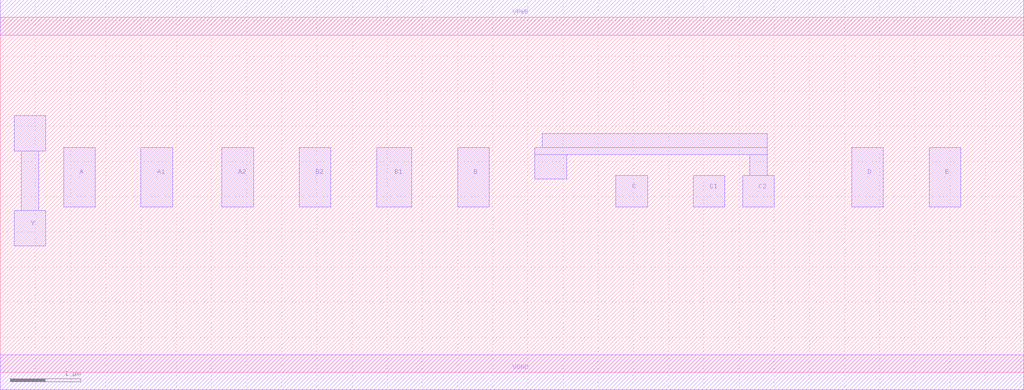
<source format=lef>
VERSION 5.7 ;
  NOWIREEXTENSIONATPIN ON ;
  DIVIDERCHAR "/" ;
  BUSBITCHARS "[]" ;
MACRO AAAOAOI33311
  CLASS CORE ;
  FOREIGN AAAOAOI33311 ;
  ORIGIN 0.000 0.000 ;
  SIZE 14.550 BY 5.050 ;
  SYMMETRY X Y R90 ;
  SITE unit ;
  PIN VPWR
    DIRECTION INOUT ;
    USE POWER ;
    SHAPE ABUTMENT ;
    PORT
      LAYER Metal1 ;
        RECT 0.000 4.800 14.550 5.300 ;
    END
  END VPWR
  PIN VGND
    DIRECTION INOUT ;
    USE GROUND ;
    SHAPE ABUTMENT ;
    PORT
      LAYER Metal1 ;
        RECT 0.000 -0.250 14.550 0.250 ;
    END
  END VGND
  PIN Y
    DIRECTION INOUT ;
    USE SIGNAL ;
    SHAPE ABUTMENT ;
    PORT
      LAYER Metal2 ;
        RECT 0.200 3.150 0.650 3.650 ;
        RECT 0.300 2.300 0.550 3.150 ;
        RECT 0.200 1.800 0.650 2.300 ;
    END
  END Y
  PIN C2
    DIRECTION INOUT ;
    USE SIGNAL ;
    SHAPE ABUTMENT ;
    PORT
      LAYER Metal2 ;
        RECT 7.700 3.200 10.900 3.400 ;
        RECT 7.600 3.100 10.900 3.200 ;
        RECT 7.600 2.750 8.050 3.100 ;
        RECT 10.650 2.800 10.900 3.100 ;
        RECT 10.550 2.350 11.000 2.800 ;
    END
  END C2
  PIN B1
    DIRECTION INOUT ;
    USE SIGNAL ;
    SHAPE ABUTMENT ;
    PORT
      LAYER Metal2 ;
        RECT 5.350 2.350 5.850 3.200 ;
    END
  END B1
  PIN C
    DIRECTION INOUT ;
    USE SIGNAL ;
    SHAPE ABUTMENT ;
    PORT
      LAYER Metal2 ;
        RECT 8.750 2.350 9.200 2.800 ;
    END
  END C
  PIN A
    DIRECTION INOUT ;
    USE SIGNAL ;
    SHAPE ABUTMENT ;
    PORT
      LAYER Metal2 ;
        RECT 0.900 2.350 1.350 3.200 ;
    END
  END A
  PIN B
    DIRECTION INOUT ;
    USE SIGNAL ;
    SHAPE ABUTMENT ;
    PORT
      LAYER Metal2 ;
        RECT 6.500 2.350 6.950 3.200 ;
    END
  END B
  PIN B2
    DIRECTION INOUT ;
    USE SIGNAL ;
    SHAPE ABUTMENT ;
    PORT
      LAYER Metal2 ;
        RECT 4.250 2.350 4.700 3.200 ;
    END
  END B2
  PIN A1
    DIRECTION INOUT ;
    USE SIGNAL ;
    SHAPE ABUTMENT ;
    PORT
      LAYER Metal2 ;
        RECT 2.000 2.350 2.450 3.200 ;
    END
  END A1
  PIN D
    DIRECTION INOUT ;
    USE SIGNAL ;
    SHAPE ABUTMENT ;
    PORT
      LAYER Metal2 ;
        RECT 12.100 2.350 12.550 3.200 ;
    END
  END D
  PIN E
    DIRECTION INOUT ;
    USE SIGNAL ;
    SHAPE ABUTMENT ;
    PORT
      LAYER Metal2 ;
        RECT 13.200 2.350 13.650 3.200 ;
    END
  END E
  PIN C1
    DIRECTION INOUT ;
    USE SIGNAL ;
    SHAPE ABUTMENT ;
    PORT
      LAYER Metal2 ;
        RECT 9.850 2.350 10.300 2.800 ;
    END
  END C1
  PIN A2
    DIRECTION INOUT ;
    USE SIGNAL ;
    SHAPE ABUTMENT ;
    PORT
      LAYER Metal2 ;
        RECT 3.150 2.350 3.600 3.200 ;
    END
  END A2
END AAAOAOI33311
END LIBRARY


</source>
